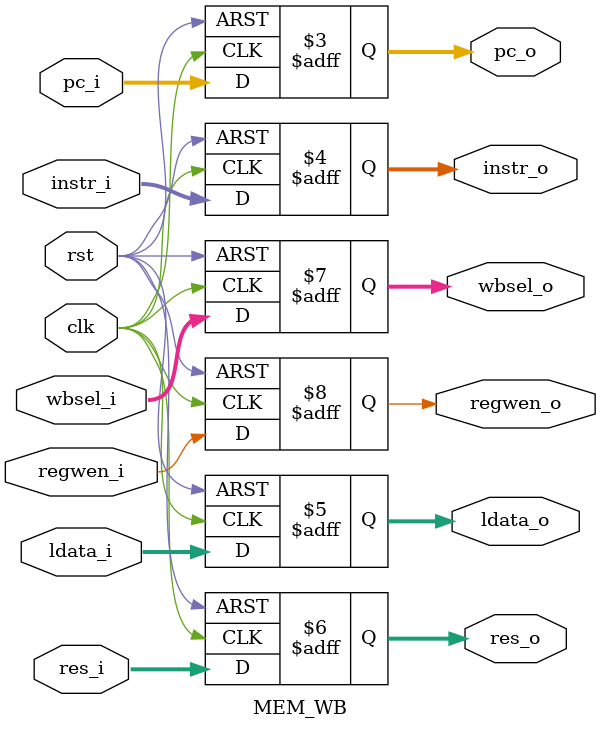
<source format=sv>
module MEM_WB (
  input  logic        clk, rst,
  input  logic [31:0] pc_i, instr_i, // pc added 4
  input  logic [31:0] ldata_i,
  input  logic [31:0] res_i,
  input  logic [1:0]  wbsel_i,
  input  logic        regwen_i,
  output logic [31:0] pc_o, instr_o,
  output logic [31:0] ldata_o,
  output logic [31:0] res_o,
  output logic [1:0]  wbsel_o,
  output logic        regwen_o
);

  always_ff @(posedge clk or negedge rst) begin
    if (~rst) begin
      pc_o     <= 32'd0;
      instr_o  <= 32'd0;
      ldata_o  <= 32'd0;
      res_o    <= 32'd0;
      wbsel_o  <= 2'd0;
      regwen_o <= 1'd0;
    end else begin
      pc_o     <= pc_i;
      instr_o  <= instr_i;
      ldata_o  <= ldata_i;
      res_o    <= res_i;
      wbsel_o  <= wbsel_i;
      regwen_o <= regwen_i;
    end
  end

endmodule

</source>
